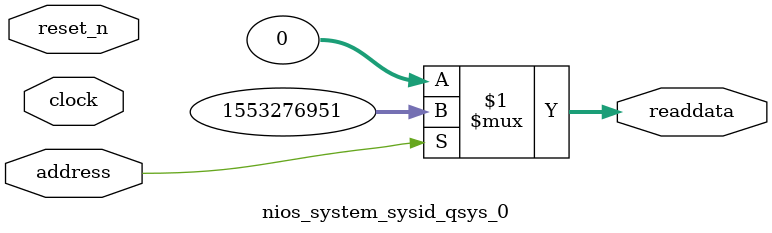
<source format=v>



// synthesis translate_off
`timescale 1ns / 1ps
// synthesis translate_on

// turn off superfluous verilog processor warnings 
// altera message_level Level1 
// altera message_off 10034 10035 10036 10037 10230 10240 10030 

module nios_system_sysid_qsys_0 (
               // inputs:
                address,
                clock,
                reset_n,

               // outputs:
                readdata
             )
;

  output  [ 31: 0] readdata;
  input            address;
  input            clock;
  input            reset_n;

  wire    [ 31: 0] readdata;
  //control_slave, which is an e_avalon_slave
  assign readdata = address ? 1553276951 : 0;

endmodule



</source>
